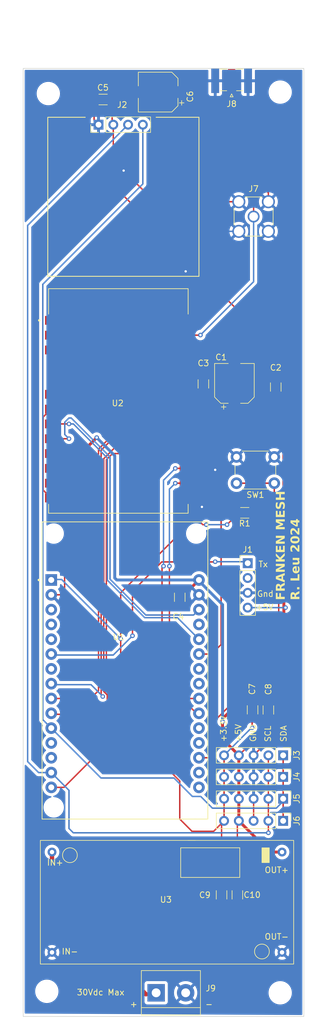
<source format=kicad_pcb>
(kicad_pcb (version 20221018) (generator pcbnew)
  (title_block (title "Franken Mesh") (date "2024-09-20") (rev "1.0"))
  (layers (0 "F.Cu" signal) (31 "B.Cu" signal) (34 "B.Paste" user) (35 "F.Paste" user) (36 "B.SilkS" user "B.Silkscreen") (37 "F.SilkS" user "F.Silkscreen") (38 "B.Mask" user) (39 "F.Mask" user) (44 "Edge.Cuts" user))
  (net 0 "")
  (net 1 "VCC3")
  (net 2 "GND")
  (net 3 "GPS TX")
  (net 8 "SCK")
  (net 9 "NSS")
  (net 10 "MISO")
  (net 14 "SDA")
  (net 15 "RST")
  (net 16 "+5V")
  (net 17 "TXEN")
  (net 19 "RXEN")
  (net 20 "MOSI")
  (net 21 "DIO0")
  (net 23 "IRQ")
  (net 24 "BUSY")
  (net 30 "Net-(J7-In)")
  (net 31 "BTN")
  (net 32 "SCL")
  (net 33 "Vin")
  (footprint "E22-900M30S:XCVR_E22-900M30S" (layer "F.Cu") (at 115.425 87.5 180)
    (fp_text reference "U2" (at 0.109 -0.384) (layer "F.SilkS"))
    (fp_text value "E22-900M30S")
    (pad "1" smd rect (at 11.575 13.82 180) (size 2.08 1.51) (layers "F.Cu" "F.Paste" "F.Mask") (net 2 "GND"))
    (pad "2" smd rect (at 11.575 11.28 180) (size 2.08 1.51) (layers "F.Cu" "F.Paste" "F.Mask") (net 2 "GND"))
    (pad "3" smd rect (at 11.575 8.74 180) (size 2.08 1.51) (layers "F.Cu" "F.Paste" "F.Mask") (net 2 "GND"))
    (pad "4" smd rect (at 11.575 1.14 180) (size 2.08 1.51) (layers "F.Cu" "F.Paste" "F.Mask") (net 2 "GND"))
    (pad "5" smd rect (at 11.575 -1.4 180) (size 2.08 1.51) (layers "F.Cu" "F.Paste" "F.Mask") (net 2 "GND"))
    (pad "6" smd rect (at 11.575 -3.94 180) (size 2.08 1.51) (layers "F.Cu" "F.Paste" "F.Mask") (net 19 "RXEN"))
    (pad "7" smd rect (at 11.575 -6.48 180) (size 2.08 1.51) (layers "F.Cu" "F.Paste" "F.Mask") (net 17 "TXEN"))
    (pad "8" smd rect (at 11.575 -9.02 180) (size 2.08 1.51) (layers "F.Cu" "F.Paste" "F.Mask"))
    (pad "9" smd rect (at 11.575 -11.56 180) (size 2.08 1.51) (layers "F.Cu" "F.Paste" "F.Mask") (net 16 "+5V"))
    (pad "10" smd rect (at 11.575 -14.1 180) (size 2.08 1.51) (layers "F.Cu" "F.Paste" "F.Mask") (net 16 "+5V"))
    (pad "11" smd rect (at 11.575 -16.64 180) (size 2.08 1.51) (layers "F.Cu" "F.Paste" "F.Mask") (net 2 "GND"))
    (pad "12" smd rect (at -11.575 -16.64 180) (size 2.08 1.51) (layers "F.Cu" "F.Paste" "F.Mask") (net 2 "GND"))
    (pad "13" smd rect (at -11.575 -14.1 180) (size 2.08 1.51) (layers "F.Cu" "F.Paste" "F.Mask") (net 23 "IRQ"))
    (pad "14" smd rect (at -11.575 -11.56 180) (size 2.08 1.51) (layers "F.Cu" "F.Paste" "F.Mask") (net 24 "BUSY"))
    (pad "15" smd rect (at -11.575 -9.02 180) (size 2.08 1.51) (layers "F.Cu" "F.Paste" "F.Mask") (net 15 "RST"))
    (pad "16" smd rect (at -11.575 -6.48 180) (size 2.08 1.51) (layers "F.Cu" "F.Paste" "F.Mask") (net 10 "MISO"))
    (pad "17" smd rect (at -11.575 -3.94 180) (size 2.08 1.51) (layers "F.Cu" "F.Paste" "F.Mask") (net 20 "MOSI"))
    (pad "18" smd rect (at -11.575 -1.4 180) (size 2.08 1.51) (layers "F.Cu" "F.Paste" "F.Mask") (net 8 "SCK"))
    (pad "19" smd rect (at -11.575 1.14 180) (size 2.08 1.51) (layers "F.Cu" "F.Paste" "F.Mask") (net 9 "NSS"))
    (pad "20" smd rect (at -11.575 8.74 180) (size 2.08 1.51) (layers "F.Cu" "F.Paste" "F.Mask") (net 2 "GND"))
    (pad "21" smd rect (at -11.575 11.28 180) (size 2.08 1.51) (layers "F.Cu" "F.Paste" "F.Mask") (net 30 "Net-(J7-In)"))
    (pad "22" smd rect (at -11.575 13.82 180) (size 2.08 1.51) (layers "F.Cu" "F.Paste" "F.Mask") (net 2 "GND"))
  )
  (footprint "Resistor_SMD:R_1206_3216Metric_Pad1.30x1.75mm_HandSolder" (layer "F.Cu") (at 141.224 140.488 90)
    (fp_text reference "C8" (at 3.556 0 90) (layer "F.SilkS"))
    (fp_text value "C_Small")
    (pad "1" smd roundrect (at -1.55 0 90) (size 1.3 1.75) (layers "F.Cu" "F.Paste" "F.Mask") (roundrect_rratio 0.1923076923) (net 16 "+5V"))
    (pad "2" smd roundrect (at 1.55 0 90) (size 1.3 1.75) (layers "F.Cu" "F.Paste" "F.Mask") (roundrect_rratio 0.1923076923) (net 2 "GND"))
  )
  (footprint "Resistor_SMD:R_1206_3216Metric_Pad1.30x1.75mm_HandSolder" (layer "F.Cu") (at 138.508 140.462 -90)
    (fp_text reference "C7" (at -3.556 0.078 90) (layer "F.SilkS"))
    (fp_text value "C_Small")
    (pad "1" smd roundrect (at -1.55 0 270) (size 1.3 1.75) (layers "F.Cu" "F.Paste" "F.Mask") (roundrect_rratio 0.1923076923) (net 2 "GND"))
    (pad "2" smd roundrect (at 1.55 0 270) (size 1.3 1.75) (layers "F.Cu" "F.Paste" "F.Mask") (roundrect_rratio 0.1923076923) (net 1 "VCC3"))
  )
  (footprint "Connector_Coaxial:SMA_Samtec_SMA-J-P-X-ST-EM1_EdgeMount" (layer "F.Cu") (at 134.905 32.6025 180)
    (fp_text reference "J8" (at 0 -3.9735) (layer "F.SilkS"))
    (fp_text value "Conn_Coaxial")
    (pad "1" smd rect (at 0 0.2 180) (size 1.27 3.6) (layers "F.Cu" "F.Paste" "F.Mask") (net 30 "Net-(J7-In)"))
    (pad "2" smd rect (at -2.825 0 180) (size 1.35 4.2) (layers "F.Cu" "F.Paste" "F.Mask") (net 2 "GND"))
    (pad "2" smd rect (at -2.825 0 180) (size 1.35 4.2) (layers "B.Cu" "B.Paste" "B.Mask") (net 2 "GND"))
    (pad "2" smd rect (at 2.825 0 180) (size 1.35 4.2) (layers "F.Cu" "F.Paste" "F.Mask") (net 2 "GND"))
    (pad "2" smd rect (at 2.825 0 180) (size 1.35 4.2) (layers "B.Cu" "B.Paste" "B.Mask") (net 2 "GND"))
  )
  (footprint "Capacitor_SMD:CP_Elec_6.3x7.7" (layer "F.Cu") (at 122.268 34.544 180)
    (fp_text reference "C6" (at -5.494 -0.762 90) (layer "F.SilkS"))
    (fp_text value "100uF")
    (pad "1" smd roundrect (at -2.7 0 180) (size 3.5 1.6) (layers "F.Cu" "F.Paste" "F.Mask") (roundrect_rratio 0.15625) (net 16 "+5V"))
    (pad "2" smd roundrect (at 2.7 0 180) (size 3.5 1.6) (layers "F.Cu" "F.Paste" "F.Mask") (roundrect_rratio 0.15625) (net 2 "GND"))
  )
  (footprint "Resistor_SMD:R_1206_3216Metric_Pad1.30x1.75mm_HandSolder" (layer "F.Cu") (at 142.494 85.116 -90)
    (fp_text reference "C2" (at -3.328 0) (layer "F.SilkS"))
    (fp_text value "100nF")
    (pad "1" smd roundrect (at -1.55 0 270) (size 1.3 1.75) (layers "F.Cu" "F.Paste" "F.Mask") (roundrect_rratio 0.1923076923) (net 2 "GND"))
    (pad "2" smd roundrect (at 1.55 0 270) (size 1.3 1.75) (layers "F.Cu" "F.Paste" "F.Mask") (roundrect_rratio 0.1923076923) (net 16 "+5V"))
  )
  (footprint "Connector_PinHeader_2.54mm:PinHeader_1x04_P2.54mm_Vertical" (layer "F.Cu") (at 137.668 115.316)
    (fp_text reference "J1" (at 0 -2.33) (layer "F.SilkS"))
    (fp_text value "GPS CONNECTOR")
    (pad "1" thru_hole rect (at 0 0) (size 1.7 1.7) (drill 1) (layers "*.Cu" "*.Mask") (net 3 "GPS TX"))
    (pad "2" thru_hole oval (at 0 2.54) (size 1.7 1.7) (drill 1) (layers "*.Cu" "*.Mask"))
    (pad "3" thru_hole oval (at 0 5.08) (size 1.7 1.7) (drill 1) (layers "*.Cu" "*.Mask") (net 2 "GND"))
    (pad "4" thru_hole oval (at 0 7.62) (size 1.7 1.7) (drill 1) (layers "*.Cu" "*.Mask") (net 16 "+5V"))
  )
  (footprint "Connector_PinHeader_2.54mm:PinHeader_1x05_P2.54mm_Vertical" (layer "F.Cu") (at 143.764 148.25992 -90)
    (fp_text reference "J3" (at 0 -2.33 -90) (layer "F.SilkS"))
    (fp_text value "I2C CONNECTOR 1")
    (pad "1" thru_hole rect (at 0 0 270) (size 1.7 1.7) (drill 1) (layers "*.Cu" "*.Mask") (net 14 "SDA"))
    (pad "2" thru_hole oval (at 0 2.54 270) (size 1.7 1.7) (drill 1) (layers "*.Cu" "*.Mask") (net 32 "SCL"))
    (pad "3" thru_hole oval (at 0 5.08 270) (size 1.7 1.7) (drill 1) (layers "*.Cu" "*.Mask") (net 2 "GND"))
    (pad "4" thru_hole oval (at 0 7.62 270) (size 1.7 1.7) (drill 1) (layers "*.Cu" "*.Mask") (net 16 "+5V"))
    (pad "5" thru_hole oval (at 0 10.16 270) (size 1.7 1.7) (drill 1) (layers "*.Cu" "*.Mask") (net 1 "VCC3"))
  )
  (footprint "ESP32-DEVKIT-V1:MODULE_ESP32_DEVKIT_V1" (layer "F.Cu") (at 116.586 133.711)
    (fp_text reference "U1" (at -1.104 -5.735) (layer "F.SilkS"))
    (fp_text value "ESP32-DEVKIT-V1")
    (pad "" np_thru_hole circle (at -12.28 -23.475) (size 3 3) (drill 3) (layers "*.Cu" "*.Mask"))
    (pad "" np_thru_hole circle (at -12.28 23.475) (size 3 3) (drill 3) (layers "*.Cu" "*.Mask"))
    (pad "" np_thru_hole circle (at 12.23 -23.475) (size 3 3) (drill 3) (layers "*.Cu" "*.Mask"))
    (pad "" np_thru_hole circle (at 12.23 23.475) (size 3 3) (drill 3) (layers "*.Cu" "*.Mask"))
    (pad "1" thru_hole rect (at -12.7 -15.515) (size 2 2) (drill 1.02) (layers "*.Cu" "*.Mask") (net 1 "VCC3"))
    (pad "2" thru_hole circle (at -12.7 -12.975) (size 2 2) (drill 1.02) (layers "*.Cu" "*.Mask") (net 2 "GND"))
    (pad "3" thru_hole circle (at -12.7 -10.435) (size 2 2) (drill 1.02) (layers "*.Cu" "*.Mask"))
    (pad "4" thru_hole circle (at -12.7 -7.895) (size 2 2) (drill 1.02) (layers "*.Cu" "*.Mask"))
    (pad "5" thru_hole circle (at -12.7 -5.355) (size 2 2) (drill 1.02) (layers "*.Cu" "*.Mask"))
    (pad "6" thru_hole circle (at -12.7 -2.815) (size 2 2) (drill 1.02) (layers "*.Cu" "*.Mask") (net 3 "GPS TX"))
    (pad "7" thru_hole circle (at -12.7 -0.275) (size 2 2) (drill 1.02) (layers "*.Cu" "*.Mask"))
    (pad "8" thru_hole circle (at -12.7 2.265) (size 2 2) (drill 1.02) (layers "*.Cu" "*.Mask") (net 8 "SCK"))
    (pad "9" thru_hole circle (at -12.7 4.805) (size 2 2) (drill 1.02) (layers "*.Cu" "*.Mask") (net 9 "NSS"))
    (pad "10" thru_hole circle (at -12.7 7.345) (size 2 2) (drill 1.02) (layers "*.Cu" "*.Mask") (net 10 "MISO"))
    (pad "11" thru_hole circle (at -12.7 9.885) (size 2 2) (drill 1.02) (layers "*.Cu" "*.Mask") (net 14 "SDA"))
    (pad "12" thru_hole circle (at -12.7 12.425) (size 2 2) (drill 1.02) (layers "*.Cu" "*.Mask"))
    (pad "13" thru_hole circle (at -12.7 14.965) (size 2 2) (drill 1.02) (layers "*.Cu" "*.Mask"))
    (pad "14" thru_hole circle (at -12.7 17.505) (size 2 2) (drill 1.02) (layers "*.Cu" "*.Mask") (net 32 "SCL"))
    (pad "15" thru_hole circle (at -12.7 20.045) (size 2 2) (drill 1.02) (layers "*.Cu" "*.Mask") (net 15 "RST"))
    (pad "16" thru_hole circle (at 12.7 20.045) (size 2 2) (drill 1.02) (layers "*.Cu" "*.Mask"))
    (pad "17" thru_hole circle (at 12.7 17.505) (size 2 2) (drill 1.02) (layers "*.Cu" "*.Mask"))
    (pad "18" thru_hole circle (at 12.7 14.965) (size 2 2) (drill 1.02) (layers "*.Cu" "*.Mask") (net 31 "BTN"))
    (pad "19" thru_hole circle (at 12.7 12.425) (size 2 2) (drill 1.02) (layers "*.Cu" "*.Mask"))
    (pad "20" thru_hole circle (at 12.7 9.885) (size 2 2) (drill 1.02) (layers "*.Cu" "*.Mask"))
    (pad "21" thru_hole circle (at 12.7 7.345) (size 2 2) (drill 1.02) (layers "*.Cu" "*.Mask") (net 24 "BUSY"))
    (pad "22" thru_hole circle (at 12.7 4.805) (size 2 2) (drill 1.02) (layers "*.Cu" "*.Mask") (net 23 "IRQ"))
    (pad "23" thru_hole circle (at 12.7 2.265) (size 2 2) (drill 1.02) (layers "*.Cu" "*.Mask"))
    (pad "24" thru_hole circle (at 12.7 -0.275) (size 2 2) (drill 1.02) (layers "*.Cu" "*.Mask") (net 21 "DIO0"))
    (pad "25" thru_hole circle (at 12.7 -2.815) (size 2 2) (drill 1.02) (layers "*.Cu" "*.Mask") (net 20 "MOSI"))
    (pad "26" thru_hole circle (at 12.7 -5.355) (size 2 2) (drill 1.02) (layers "*.Cu" "*.Mask") (net 19 "RXEN"))
    (pad "27" thru_hole circle (at 12.7 -7.895) (size 2 2) (drill 1.02) (layers "*.Cu" "*.Mask"))
    (pad "28" thru_hole circle (at 12.7 -10.435) (size 2 2) (drill 1.02) (layers "*.Cu" "*.Mask") (net 17 "TXEN"))
    (pad "29" thru_hole circle (at 12.7 -12.975) (size 2 2) (drill 1.02) (layers "*.Cu" "*.Mask") (net 2 "GND"))
    (pad "30" thru_hole circle (at 12.7 -15.515) (size 2 2) (drill 1.02) (layers "*.Cu" "*.Mask") (net 16 "+5V"))
    (zone (net 0) (net_name "") (layer "B.Cu") (connect_pads (clearance 0)) (min_thickness 0.01)
      (keepout (tracks not_allowed) (vias not_allowed) (pads not_allowed) (copperpour not_allowed) (footprints allowed))
      (fill (thermal_gap 0.508) (thermal_bridge_width 0.508))
      (polygon (pts (xy 107.676 152.696) (xy 125.366 152.696) (xy 125.366 159.186) (xy 107.676 159.186)))
    )
  )
  (footprint "Connector_PinHeader_2.54mm:PinHeader_1x04_P2.54mm_Vertical" (layer "F.Cu") (at 112.014 40.132 90)
    (fp_text reference "J2" (at 3.408 4.064) (layer "F.SilkS"))
    (fp_text value "SSD1306 CONNECTOR")
    (pad "1" thru_hole rect (at 0 0 90) (size 1.7 1.7) (drill 1) (layers "*.Cu" "*.Mask") (net 2 "GND"))
    (pad "2" thru_hole oval (at 0 2.54 90) (size 1.7 1.7) (drill 1) (layers "*.Cu" "*.Mask") (net 16 "+5V"))
    (pad "3" thru_hole oval (at 0 5.08 90) (size 1.7 1.7) (drill 1) (layers "*.Cu" "*.Mask") (net 32 "SCL"))
    (pad "4" thru_hole oval (at 0 7.62 90) (size 1.7 1.7) (drill 1) (layers "*.Cu" "*.Mask") (net 14 "SDA"))
  )
  (footprint "TerminalBlock:TerminalBlock_bornier-2_P5.08mm" (layer "F.Cu") (at 121.92 188.976)
    (fp_text reference "J9" (at 9.398 -0.762) (layer "F.SilkS"))
    (fp_text value "Screw_Terminal_01x02" hide)
    (pad "1" thru_hole rect (at 0 0) (size 3 3) (drill 1.52) (layers "*.Cu" "*.Mask") (net 33 "Vin"))
    (pad "2" thru_hole circle (at 5.08 0) (size 3 3) (drill 1.52) (layers "*.Cu" "*.Mask") (net 2 "GND"))
  )
  (footprint "MountingHole:MountingHole_3.5mm" (layer "F.Cu") (at 103.378 34.798)
    (fp_text reference "REF**" hide)
    (fp_text value "MountingHole_3.5mm")
    (pad "" np_thru_hole circle (at 0 0) (size 3.5 3.5) (drill 3.5) (layers "*.Cu" "*.Mask"))
  )
  (footprint "Resistor_SMD:R_1206_3216Metric_Pad1.30x1.75mm_HandSolder" (layer "F.Cu") (at 130.048 84.582 -90)
    (fp_text reference "C3" (at -3.556 0) (layer "F.SilkS"))
    (fp_text value "100nF")
    (pad "1" smd roundrect (at -1.55 0 270) (size 1.3 1.75) (layers "F.Cu" "F.Paste" "F.Mask") (roundrect_rratio 0.1923076923) (net 2 "GND"))
    (pad "2" smd roundrect (at 1.55 0 270) (size 1.3 1.75) (layers "F.Cu" "F.Paste" "F.Mask") (roundrect_rratio 0.1923076923) (net 16 "+5V"))
  )
  (footprint "Resistor_SMD:R_1206_3216Metric_Pad1.30x1.75mm_HandSolder" (layer "F.Cu") (at 125.984 121.158 -90)
    (fp_text reference "C4" (at 3.302 0.254) (layer "F.SilkS"))
    (fp_text value "100nF")
    (pad "1" smd roundrect (at -1.55 0 270) (size 1.3 1.75) (layers "F.Cu" "F.Paste" "F.Mask") (roundrect_rratio 0.1923076923) (net 16 "+5V"))
    (pad "2" smd roundrect (at 1.55 0 270) (size 1.3 1.75) (layers "F.Cu" "F.Paste" "F.Mask") (roundrect_rratio 0.1923076923) (net 2 "GND"))
  )
  (footprint "kokatrollwifi-backups:LM2596_HW_411" (layer "F.Cu") (at 102.013 162.846)
    (fp_text reference "U3" (at 21.59 10.16 -180) (layer "F.SilkS"))
    (fp_text value "LM2596-Buck Converter")
    (fp_text user "OUT-" (at 40.64 16.51 -180) (layer "F.SilkS"))
    (fp_text user "IN-" (at 5.08 19.05 -180) (layer "F.SilkS"))
    (fp_text user "OUT+" (at 40.64 5.08 -180) (layer "F.SilkS"))
    (fp_text user "IN+" (at 2.54 3.81 -180) (layer "F.SilkS"))
    (pad "1" thru_hole circle (at 2 19.2) (size 1.524 1.524) (drill 0.762) (layers "*.Cu" "*.Mask") (net 2 "GND"))
    (pad "2" thru_hole circle (at 2 2) (size 1.524 1.524) (drill 0.762) (layers "*.Cu" "*.Mask") (net 33 "Vin"))
    (pad "3" thru_hole circle (at 41.56 19.2) (size 1.524 1.524) (drill 0.762) (layers "*.Cu" "*.Mask") (net 2 "GND"))
    (pad "4" thru_hole circle (at 41.56 2) (size 1.524 1.524) (drill 0.762) (layers "*.Cu" "*.Mask") (net 16 "+5V"))
  )
  (footprint "Capacitor_SMD:CP_Elec_6.3x7.7" (layer "F.Cu") (at 135.382 84.488 90)
    (fp_text reference "C1" (at 4.478 -2.286) (layer "F.SilkS"))
    (fp_text value "100uF")
    (pad "1" smd roundrect (at -2.7 0 90) (size 3.5 1.6) (layers "F.Cu" "F.Paste" "F.Mask") (roundrect_rratio 0.15625) (net 16 "+5V"))
    (pad "2" smd roundrect (at 2.7 0 90) (size 3.5 1.6) (layers "F.Cu" "F.Paste" "F.Mask") (roundrect_rratio 0.15625) (net 2 "GND"))
  )
  (footprint "MountingHole:MountingHole_3.5mm" (layer "F.Cu") (at 143.256 188.976)
    (fp_text reference "REF**" hide)
    (fp_text value "MountingHole_3.5mm")
    (pad "" np_thru_hole circle (at 0 0) (size 3.5 3.5) (drill 3.5) (layers "*.Cu" "*.Mask"))
  )
  (footprint "Button_Switch_THT:SW_PUSH_6mm" (layer "F.Cu") (at 142.24 101.6 180)
    (fp_text reference "SW1" (at 3.25 -2) (layer "F.SilkS"))
    (fp_text value "SW_Push")
    (pad "1" thru_hole circle (at 0 0 270) (size 2 2) (drill 1.1) (layers "*.Cu" "*.Mask") (net 31 "BTN"))
    (pad "1" thru_hole circle (at 6.5 0 270) (size 2 2) (drill 1.1) (layers "*.Cu" "*.Mask") (net 31 "BTN"))
    (pad "2" thru_hole circle (at 0 4.5 270) (size 2 2) (drill 1.1) (layers "*.Cu" "*.Mask") (net 2 "GND"))
    (pad "2" thru_hole circle (at 6.5 4.5 270) (size 2 2) (drill 1.1) (layers "*.Cu" "*.Mask") (net 2 "GND"))
  )
  (footprint "Connector_PinHeader_2.54mm:PinHeader_1x05_P2.54mm_Vertical" (layer "F.Cu") (at 143.764 151.95696 -90)
    (fp_text reference "J4" (at 0 -2.33 -90) (layer "F.SilkS"))
    (fp_text value "I2C CONNECTOR 2" hide)
    (pad "1" thru_hole rect (at 0 0 270) (size 1.7 1.7) (drill 1) (layers "*.Cu" "*.Mask") (net 14 "SDA"))
    (pad "2" thru_hole oval (at 0 2.54 270) (size 1.7 1.7) (drill 1) (layers "*.Cu" "*.Mask") (net 32 "SCL"))
    (pad "3" thru_hole oval (at 0 5.08 270) (size 1.7 1.7) (drill 1) (layers "*.Cu" "*.Mask") (net 2 "GND"))
    (pad "4" thru_hole oval (at 0 7.62 270) (size 1.7 1.7) (drill 1) (layers "*.Cu" "*.Mask") (net 16 "+5V"))
    (pad "5" thru_hole oval (at 0 10.16 270) (size 1.7 1.7) (drill 1) (layers "*.Cu" "*.Mask") (net 1 "VCC3"))
  )
  (footprint "Connector_Coaxial:SMA_Amphenol_901-144_Vertical" (layer "F.Cu") (at 138.684 55.88)
    (fp_text reference "J7" (at 0 -4.75) (layer "F.SilkS"))
    (fp_text value "Conn_Coaxial")
    (pad "1" thru_hole circle (at 0 0) (size 2.05 2.05) (drill 1.5) (layers "*.Cu" "*.Mask") (net 30 "Net-(J7-In)"))
    (pad "2" thru_hole circle (at -2.54 -2.54) (size 2.25 2.25) (drill 1.7) (layers "*.Cu" "*.Mask") (net 2 "GND"))
    (pad "2" thru_hole circle (at -2.54 2.54) (size 2.25 2.25) (drill 1.7) (layers "*.Cu" "*.Mask") (net 2 "GND"))
    (pad "2" thru_hole circle (at 2.54 -2.54) (size 2.25 2.25) (drill 1.7) (layers "*.Cu" "*.Mask") (net 2 "GND"))
    (pad "2" thru_hole circle (at 2.54 2.54) (size 2.25 2.25) (drill 1.7) (layers "*.Cu" "*.Mask") (net 2 "GND"))
  )
  (footprint "Resistor_SMD:R_1206_3216Metric_Pad1.30x1.75mm_HandSolder" (layer "F.Cu") (at 112.802 35.814 180)
    (fp_text reference "C5" (at 0.026 2.032) (layer "F.SilkS"))
    (fp_text value "100nF")
    (pad "1" smd roundrect (at -1.55 0 180) (size 1.3 1.75) (layers "F.Cu" "F.Paste" "F.Mask") (roundrect_rratio 0.1923076923) (net 16 "+5V"))
    (pad "2" smd roundrect (at 1.55 0 180) (size 1.3 1.75) (layers "F.Cu" "F.Paste" "F.Mask") (roundrect_rratio 0.1923076923) (net 2 "GND"))
  )
  (footprint "Resistor_SMD:R_1206_3216Metric_Pad1.30x1.75mm_HandSolder" (layer "F.Cu") (at 135.89 172.186 -90)
    (fp_text reference "C10" (at 0 -2.54) (layer "F.SilkS"))
    (fp_text value "C_Small")
    (pad "1" smd roundrect (at -1.55 0 270) (size 1.3 1.75) (layers "F.Cu" "F.Paste" "F.Mask") (roundrect_rratio 0.1923076923) (net 16 "+5V"))
    (pad "2" smd roundrect (at 1.55 0 270) (size 1.3 1.75) (layers "F.Cu" "F.Paste" "F.Mask") (roundrect_rratio 0.1923076923) (net 2 "GND"))
  )
  (footprint "Resistor_SMD:R_1206_3216Metric_Pad1.30x1.75mm_HandSolder" (layer "F.Cu") (at 137.16 106.68 180)
    (fp_text reference "R1" (at 0 -1.82) (layer "F.SilkS"))
    (fp_text value "10k")
    (pad "1" smd roundrect (at -1.55 0 180) (size 1.3 1.75) (layers "F.Cu" "F.Paste" "F.Mask") (roundrect_rratio 0.1923076923) (net 31 "BTN"))
    (pad "2" smd roundrect (at 1.55 0 180) (size 1.3 1.75) (layers "F.Cu" "F.Paste" "F.Mask") (roundrect_rratio 0.1923076923) (net 1 "VCC3"))
  )
  (footprint "Connector_PinHeader_2.54mm:PinHeader_1x05_P2.54mm_Vertical" (layer "F.Cu") (at 143.764 159.49504 -90)
    (fp_text reference "J6" (at 0 -2.33 -90) (layer "F.SilkS"))
    (fp_text value "I2C CONNECTOR 4" hide)
    (pad "1" thru_hole rect (at 0 0 270) (size 1.7 1.7) (drill 1) (layers "*.Cu" "*.Mask") (net 14 "SDA"))
    (pad "2" thru_hole oval (at 0 2.54 270) (size 1.7 1.7) (drill 1) (layers "*.Cu" "*.Mask") (net 32 "SCL"))
    (pad "3" thru_hole oval (at 0 5.08 270) (size 1.7 1.7) (drill 1) (layers "*.Cu" "*.Mask") (net 2 "GND"))
    (pad "4" thru_hole oval (at 0 7.62 270) (size 1.7 1.7) (drill 1) (layers "*.Cu" "*.Mask") (net 16 "+5V"))
    (pad "5" thru_hole oval (at 0 10.16 270) (size 1.7 1.7) (drill 1) (layers "*.Cu" "*.Mask") (net 1 "VCC3"))
  )
  (footprint "Resistor_SMD:R_1206_3216Metric_Pad1.30x1.75mm_HandSolder" (layer "F.Cu") (at 133.174 172.186 -90)
    (fp_text reference "C9" (at 0.026 2.872) (layer "F.SilkS"))
    (fp_text value "C_Small")
    (pad "1" smd roundrect (at -1.55 0 270) (size 1.3 1.75) (layers "F.Cu" "F.Paste" "F.Mask") (roundrect_rratio 0.1923076923) (net 1 "VCC3"))
    (pad "2" smd roundrect (at 1.55 0 270) (size 1.3 1.75) (layers "F.Cu" "F.Paste" "F.Mask") (roundrect_rratio 0.1923076923) (net 2 "GND"))
  )
  (footprint "Connector_PinHeader_2.54mm:PinHeader_1x05_P2.54mm_Vertical" (layer "F.Cu") (at 143.764 155.702 -90)
    (fp_text reference "J5" (at 0 -2.33 -90) (layer "F.SilkS"))
    (fp_text value "I2C CONNECTOR 3" hide)
    (pad "1" thru_hole rect (at 0 0 270) (size 1.7 1.7) (drill 1) (layers "*.Cu" "*.Mask") (net 14 "SDA"))
    (pad "2" thru_hole oval (at 0 2.54 270) (size 1.7 1.7) (drill 1) (layers "*.Cu" "*.Mask") (net 32 "SCL"))
    (pad "3" thru_hole oval (at 0 5.08 270) (size 1.7 1.7) (drill 1) (layers "*.Cu" "*.Mask") (net 2 "GND"))
    (pad "4" thru_hole oval (at 0 7.62 270) (size 1.7 1.7) (drill 1) (layers "*.Cu" "*.Mask") (net 16 "+5V"))
    (pad "5" thru_hole oval (at 0 10.16 270) (size 1.7 1.7) (drill 1) (layers "*.Cu" "*.Mask") (net 1 "VCC3"))
  )
  (footprint "MountingHole:MountingHole_3.5mm" (layer "F.Cu") (at 103.124 188.722)
    (fp_text reference "REF**" hide)
    (fp_text value "MountingHole_3.5mm")
    (pad "" np_thru_hole circle (at 0 0) (size 3.5 3.5) (drill 3.5) (layers "*.Cu" "*.Mask"))
  )
  (footprint "MountingHole:MountingHole_3.5mm" (layer "F.Cu") (at 143.256 34.544)
    (fp_text reference "REF**" hide)
    (fp_text value "MountingHole_3.5mm")
    (pad "" np_thru_hole circle (at 0 0) (size 3.5 3.5) (drill 3.5) (layers "*.Cu" "*.Mask"))
  )
  (gr_line (start 121.92 38.862) (end 129.286 38.862) (stroke (width 0.15)) (layer "F.SilkS"))
  (gr_line (start 103.286 66.132) (end 129.286 66.132) (stroke (width 0.15)) (layer "F.SilkS"))
  (gr_line (start 109.728 38.862) (end 103.378 38.862) (stroke (width 0.15)) (layer "F.SilkS"))
  (gr_line (start 129.286 66.132) (end 129.286 40.132) (stroke (width 0.15)) (layer "F.SilkS"))
  (gr_line (start 129.286 38.862) (end 129.286 40.132) (stroke (width 0.15)) (layer "F.SilkS"))
  (gr_line (start 103.286 38.862) (end 103.286 66.132) (stroke (width 0.15)) (layer "F.SilkS"))
  (gr_rect (start 99.06 30.48) (end 147.32 193.04) (stroke (width 0.1)) (fill none) (layer "Edge.Cuts"))
  (gr_text "SCL" (at 141.732 146.05 90) (layer "F.SilkS") (effects (font (size 1 1)) (justify left bottom)))
  (gr_text "+3.3V" (at 134.112 146.05 90) (layer "F.SilkS") (effects (font (size 1 1)) (justify left bottom)))
  (gr_text "Gnd" (at 139.192 121.158) (layer "F.SilkS") (effects (font (size 1 1)) (justify left bottom)))
  (gr_text "+5V" (at 138.938 123.444) (layer "F.SilkS") (effects (font (size 1 1)) (justify left bottom)))
  (gr_text "SDA" (at 144.429 146.05 90) (layer "F.SilkS") (effects (font (size 1 1)) (justify left bottom)))
  (gr_text "Tx" (at 139.446 116.078) (layer "F.SilkS") (effects (font (size 1 1)) (justify left bottom)))
  (gr_text "FRANKEN MESH\nR. Leu 2024" (at 146.812 121.666 90) (layer "F.SilkS") (effects (font (size 1.5 1.5) (thickness 0.3) bold) (justify left bottom)))
  (gr_text "30Vdc Max" (at 108.204 189.484) (layer "F.SilkS") (effects (font (size 1 1)) (justify left bottom)))
  (gr_text "GND" (at 139.192 146.05 90) (layer "F.SilkS") (effects (font (size 1 1)) (justify left bottom)))
  (gr_text "-" (at 130.302 191.516) (layer "F.SilkS") (effects (font (size 1 1)) (justify left bottom)))
  (gr_text "+5V" (at 136.652 146.05 90) (layer "F.SilkS") (effects (font (size 1 1)) (justify left bottom)))
  (gr_text "+" (at 117.348 191.516) (layer "F.SilkS") (effects (font (size 1 1)) (justify left bottom)))
  (segment (start 115.824 128.27) (end 115.824 142.494) (width 0.25) (layer "F.Cu") (net 1))
  (segment (start 129.59265 108.361) (end 127.859 108.361) (width 0.25) (layer "F.Cu") (net 1))
  (segment (start 115.824 120.396) (end 115.824 128.27) (width 0.25) (layer "F.Cu") (net 1))
  (segment (start 125.984 159.18465) (end 128.08935 161.29) (width 0.25) (layer "F.Cu") (net 1))
  (segment (start 128.08935 161.29) (end 131.80904 161.29) (width 0.25) (layer "F.Cu") (net 1))
  (segment (start 130.556 108.712) (end 129.94365 108.712) (width 0.25) (layer "F.Cu") (net 1))
  (segment (start 135.61 106.68) (end 135.61 107.214) (width 0.25) (layer "F.Cu") (net 1))
  (segment (start 133.604 159.49504) (end 133.604 155.702) (width 0.25) (layer "F.Cu") (net 1))
  (segment (start 133.604 155.702) (end 133.604 151.95696) (width 0.25) (layer "F.Cu") (net 1))
  (segment (start 133.174 159.92504) (end 133.604 159.49504) (width 0.25) (layer "F.Cu") (net 1))
  (segment (start 135.61 107.214) (end 134.112 108.712) (width 0.25) (layer "F.Cu") (net 1))
  (segment (start 125.984 152.654) (end 125.984 159.18465) (width 0.25) (layer "F.Cu") (net 1))
  (segment (start 138.43 142.09) (end 138.508 142.012) (width 0.25) (layer "F.Cu") (net 1))
  (segment (start 127.859 108.361) (end 115.824 120.396) (width 0.25) (layer "F.Cu") (net 1))
  (segment (start 138.43 143.51) (end 138.43 142.09) (width 0.25) (layer "F.Cu") (net 1))
  (segment (start 131.80904 161.29) (end 133.604 159.49504) (width 0.25) (layer "F.Cu") (net 1))
  (segment (start 115.824 142.494) (end 125.984 152.654) (width 0.25) (layer "F.Cu") (net 1))
  (segment (start 133.604 151.95696) (end 133.604 148.25992) (width 0.25) (layer "F.Cu") (net 1))
  (segment (start 133.174 170.636) (end 133.174 159.92504) (width 0.25) (layer "F.Cu") (net 1))
  (segment (start 129.94365 108.712) (end 129.59265 108.361) (width 0.25) (layer "F.Cu") (net 1))
  (via (at 115.824 128.27) (size 0.8) (drill 0.4) (layers "F.Cu" "B.Cu") (net 1))
  (via (at 130.556 108.712) (size 0.8) (drill 0.4) (layers "F.Cu" "B.Cu") (net 1))
  (via (at 138.43 143.51) (size 0.8) (drill 0.4) (layers "F.Cu" "B.Cu") (net 1))
  (via (at 134.112 108.712) (size 0.8) (drill 0.4) (layers "F.Cu" "B.Cu") (net 1))
  (segment (start 134.112 108.712) (end 130.556 108.712) (width 0.25) (layer "B.Cu") (net 1))
  (segment (start 138.176 143.764) (end 138.43 143.51) (width 0.25) (layer "B.Cu") (net 1))
  (segment (start 138.09992 143.764) (end 138.176 143.764) (width 0.25) (layer "B.Cu") (net 1))
  (segment (start 133.604 148.25992) (end 138.09992 143.764) (width 0.25) (layer "B.Cu") (net 1))
  (segment (start 103.886 118.196) (end 103.972 118.11) (width 0.25) (layer "B.Cu") (net 1))
  (segment (start 103.972 118.11) (end 105.664 118.11) (width 0.25) (layer "B.Cu") (net 1))
  (segment (start 105.664 118.11) (end 115.824 128.27) (width 0.25) (layer "B.Cu") (net 1))
  (segment (start 103.85 86.36) (end 103.85 88.9) (width 0.25) (layer "F.Cu") (net 2))
  (segment (start 142.494 83.566) (end 137.16 83.566) (width 0.25) (layer "F.Cu") (net 2))
  (segment (start 128.27 104.14) (end 127 104.14) (width 0.25) (layer "F.Cu") (net 2))
  (segment (start 106.181 106.471) (end 106.181 120.62) (width 0.25) (layer "F.Cu") (net 2))
  (segment (start 125.635 75.946) (end 125.635 75.045) (width 0.25) (layer "F.Cu") (net 2))
  (segment (start 138.684 155.702) (end 138.684 159.49504) (width 0.25) (layer "F.Cu") (net 2))
  (segment (start 127 79.984) (end 130.048 83.032) (width 0.25) (layer "F.Cu") (net 2))
  (segment (start 103.85 78.76) (end 103.85 86.36) (width 0.25) (layer "F.Cu") (net 2))
  (segment (start 102.485 90.265) (end 103.85 88.9) (width 0.25) (layer "F.Cu") (net 2))
  (segment (start 121.666 53.34) (end 116.332 48.006) (width 0.25) (layer "F.Cu") (net 2))
  (segment (start 132.08 49.276) (end 136.144 53.34) (width 0.25) (layer "F.Cu") (net 2))
  (segment (start 137.668 35.052) (end 139.446 36.83) (width 0.25) (layer "F.Cu") (net 2))
  (segment (start 125.635 77.395) (end 125.635 75.946) (width 0.25) (layer "F.Cu") (net 2))
  (segment (start 129.794 105.664) (end 128.27 104.14) (width 0.25) (layer "F.Cu") (net 2))
  (segment (start 131.826 99.314) (end 132.08 99.314) (width 0.25) (layer "F.Cu") (net 2))
  (segment (start 125.984 122.708) (end 127.314 122.708) (width 0.25) (layer "F.Cu") (net 2))
  (segment (start 139.446 36.83) (end 139.446 50.038) (width 0.25) (layer "F.Cu") (net 2))
  (segment (start 138.684 148.25992) (end 138.684 151.95696) (width 0.25) (layer "F.Cu") (net 2))
  (segment (start 138.684 148.25992) (end 142.424 144.51992) (width 0.25) (layer "F.Cu") (net 2))
  (segment (start 137.16 83.566) (end 135.382 81.788) (width 0.25) (layer "F.Cu") (net 2))
  (segment (start 130.048 83.032) (end 134.138 83.032) (width 0.25) (layer "F.Cu") (net 2))
  (segment (start 134.138 83.032) (end 135.382 81.788) (width 0.25) (layer "F.Cu") (net 2))
  (segment (start 127 73.68) (end 127 65.278) (width 0.25) (layer "F.Cu") (net 2))
  (segment (start 139.446 50.038) (end 141.224 51.816) (width 0.25) (layer "F.Cu") (net 2))
  (segment (start 137.668 32.6645) (end 137.668 35.052) (width 0.25) (layer "F.Cu") (net 2))
  (segment (start 106.065 120.736) (end 103.886 120.736) (width 0.25) (layer "F.Cu") (net 2))
  (segment (start 135.89 173.736) (end 135.89 174.363) (width 0.25) (layer "F.Cu") (net 2))
  (segment (start 138.684 151.95696) (end 138.684 155.702) (width 0.25) (layer "F.Cu") (net 2))
  (segment (start 127 78.76) (end 127 79.984) (width 0.25) (layer "F.Cu") (net 2))
  (segment (start 103.85 104.14) (end 106.181 106.471) (width 0.25) (layer "F.Cu") (net 2))
  (segment (start 102.485 102.775) (end 102.485 90.265) (width 0.25) (layer "F.Cu") (net 2))
  (segment (start 116.405 34.544) (end 114.4635 32.6025) (width 0.25) (layer "F.Cu") (net 2))
  (segment (start 125.361 76.22) (end 125.635 75.946) (width 0.25) (layer "F.Cu") (net 2))
  (segment (start 136.144 53.34) (end 121.666 53.34) (width 0.25) (layer "F.Cu") (net 2))
  (segment (start 133.174 173.736) (end 135.89 173.736) (width 0.25) (layer "F.Cu") (net 2))
  (segment (start 138.534 138.938) (end 138.508 138.912) (width 0.25) (layer "F.Cu") (net 2))
  (segment (start 141.224 138.938) (end 138.534 138.938) (width 0.25) (layer "F.Cu") (net 2))
  (segment (start 119.568 34.544) (end 116.405 34.544) (width 0.25) (layer "F.Cu") (net 2))
  (segment (start 142.424 144.51992) (end 142.424 140.138) (width 0.25) (layer "F.Cu") (net 2))
  (segment (start 142.424 140.138) (end 141.224 138.938) (width 0.25) (layer "F.Cu") (net 2))
  (segment (start 127 78.76) (end 125.635 77.395) (width 0.25) (layer "F.Cu") (net 2))
  (segment (start 141.224 51.816) (end 141.224 53.34) (width 0.25) (layer "F.Cu") (net 2))
  (segment (start 103.85 76.22) (end 103.85 78.76) (width 0.25) (layer "F.Cu") (net 2))
  (segment (start 103.85 73.68) (end 103.85 76.22) (width 0.25) (layer "F.Cu") (net 2))
  (segment (start 111.252 35.814) (end 111.252 39.37) (width 0.25) (layer "F.Cu") (net 2))
  (segment (start 114.4635 32.6025) (end 132.08 32.6025) (width 0.25) (layer "F.Cu") (net 2))
  (segment (start 103.85 76.22) (end 125.361 76.22) (width 0.25) (layer "F.Cu") (net 2))
  (segment (start 106.181 120.62) (end 106.065 120.736) (width 0.25) (layer "F.Cu") (net 2))
  (segment (start 125.635 75.045) (end 127 73.68) (width 0.25) (layer "F.Cu") (net 2))
  (segment (start 111.252 39.37) (end 112.014 40.132) (width 0.25) (layer "F.Cu") (net 2))
  (segment (start 111.252 35.814) (end 114.4635 32.6025) (width 0.25) (layer "F.Cu") (net 2))
  (segment (start 127.314 122.708) (end 129.286 120.736) (width 0.25) (layer "F.Cu") (net 2))
  (segment (start 127 104.14) (end 131.826 99.314) (width 0.25) (layer "F.Cu") (net 2))
  (segment (start 137.73 32.6025) (end 137.668 32.6645) (width 0.25) (layer "F.Cu") (net 2))
  (segment (start 135.89 174.363) (end 143.573 182.046) (width 0.25) (layer "F.Cu") (net 2))
  (segment (start 103.85 104.14) (end 102.485 102.775) (width 0.25) (layer "F.Cu") (net 2))
  (segment (start 132.08 32.6025) (end 132.08 49.276) (width 0.25) (layer "F.Cu") (net 2))
  (via (at 129.794 105.664) (size 0.8) (drill 0.4) (layers "F.Cu" "B.Cu") (net 2))
  (via (at 127 65.278) (size 0.8) (drill 0.4) (layers "F.Cu" "B.Cu") (net 2))
  (via (at 116.332 48.006) (size 0.8) (drill 0.4) (layers "F.Cu" "B.Cu") (net 2))
  (via (at 132.08 99.314) (size 0.8) (drill 0.4) (layers "F.Cu" "B.Cu") (net 2))
  (segment (start 126.746 111.506) (end 126.746 108.712) (width 0.25) (layer "B.Cu") (net 2))
  (segment (start 132.08 99.314) (end 133.526 99.314) (width 0.25) (layer "B.Cu") (net 2))
  (segment (start 135.636 120.396) (end 126.746 111.506) (width 0.25) (layer "B.Cu") (net 2))
  (segment (start 132.08 32.6025) (end 137.73 32.6025) (width 0.25) (layer "B.Cu") (net 2))
  (segment (start 127 65.278) (end 133.858 58.42) (width 0.25) (layer "B.Cu") (net 2))
  (segment (start 133.858 58.42) (end 136.144 58.42) (width 0.25) (layer "B.Cu") (net 2))
  (segment (start 126.746 108.712) (end 129.794 105.664) (width 0.25) (layer "B.Cu") (net 2))
  (segment (start 137.668 120.396) (end 135.636 120.396) (width 0.25) (layer "B.Cu") (net 2))
  (segment (start 133.526 99.314) (end 135.74 97.1) (width 0.25) (layer "B.Cu") (net 2))
  (segment (start 117.856 127.762) (end 117.856 120.132695) (width 0.25) (layer "F.Cu") (net 3))
  (segment (start 117.856 120.132695) (end 122.889695 115.099) (width 0.25) (layer "F.Cu") (net 3))
  (segment (start 122.889695 115.099) (end 132.043 115.099) (width 0.25) (layer "F.Cu") (net 3))
  (segment (start 132.043 115.099) (end 132.08 115.062) (width 0.25) (layer "F.Cu") (net 3))
  (via (at 132.08 115.062) (size 0.8) (drill 0.4) (layers "F.Cu" "B.Cu") (net 3))
  (via (at 117.856 127.762) (size 0.8) (drill 0.4) (layers "F.Cu" "B.Cu") (net 3))
  (segment (start 104.054 131.064) (end 114.554 131.064) (width 0.25) (layer "B.Cu") (net 3))
  (segment (start 114.554 131.064) (end 117.856 127.762) (width 0.25) (layer "B.Cu") (net 3))
  (segment (start 132.08 115.062) (end 137.414 115.062) (width 0.25) (layer "B.Cu") (net 3))
  (segment (start 103.886 130.896) (end 104.054 131.064) (width 0.25) (layer "B.Cu") (net 3))
  (segment (start 137.414 115.062) (end 137.668 115.316) (width 0.25) (layer "B.Cu") (net 3))
  (segment (start 112.464 137.879793) (end 112.464 95.944396) (width 0.25) (layer "F.Cu") (net 8))
  (segment (start 112.464 95.944396) (end 119.508396 88.9) (width 0.25) (layer "F.Cu") (net 8))
  (segment (start 119.508396 88.9) (end 127 88.9) (width 0.25) (layer "F.Cu") (net 8))
  (segment (start 112.73808 138.153873) (end 112.464 137.879793) (width 0.25) (layer "F.Cu") (net 8))
  (via (at 112.73808 138.176) (size 0.8) (drill 0.4) (layers "F.Cu" "B.Cu") (net 8))
  (segment (start 110.728207 136.144) (end 104.054 136.144) (width 0.25) (layer "B.Cu") (net 8))
  (segment (start 104.054 136.144) (end 103.886 135.976) (width 0.25) (layer "B.Cu") (net 8))
  (segment (start 112.73808 138.153873) (end 110.728207 136.144) (width 0.25) (layer "B.Cu") (net 8))
  (segment (start 112.014 137.16) (end 110.658 138.516) (width 0.25) (layer "F.Cu") (net 9))
  (segment (start 121.412 86.36) (end 112.014 95.758) (width 0.25) (layer "F.Cu") (net 9))
  (segment (start 110.658 138.516) (end 103.886 138.516) (width 0.25) (layer "F.Cu") (net 9))
  (segment (start 127 86.36) (end 121.412 86.36) (width 0.25) (layer "F.Cu") (net 9))
  (segment (start 112.014 95.758) (end 112.014 137.16) (width 0.25) (layer "F.Cu") (net 9))
  (segment (start 112.914 137.305195) (end 113.517 137.908195) (width 0.25) (layer "F.Cu") (net 10))
  (segment (start 112.914 97.398) (end 112.914 137.305195) (width 0.25) (layer "F.Cu") (net 10))
  (segment (start 127 93.98) (end 116.332 93.98) (width 0.25) (layer "F.Cu") (net 10))
  (segment (start 104.054 141.224) (end 103.886 141.056) (width 0.25) (layer "F.Cu") (net 10))
  (segment (start 113.517 141.224) (end 104.054 141.224) (width 0.25) (layer "F.Cu") (net 10))
  (segment (start 113.517 137.908195) (end 113.517 141.224) (width 0.25) (layer "F.Cu") (net 10))
  (segment (start 116.332 93.98) (end 112.914 97.398) (width 0.25) (layer "F.Cu") (net 10))
  (segment (start 143.764 155.702) (end 143.764 159.49504) (width 0.25) (layer "F.Cu") (net 14))
  (segment (start 143.764 151.95696) (end 143.764 155.702) (width 0.25) (layer "F.Cu") (net 14))
  (segment (start 143.764 148.25992) (end 143.764 151.95696) (width 0.25) (layer "F.Cu") (net 14))
  (segment (start 128.157778 155.311) (end 129.59265 155.311) (width 0.25) (layer "B.Cu") (net 14))
  (segment (start 129.59265 155.311) (end 131.60169 157.32004) (width 0.25) (layer "B.Cu") (net 14))
  (segment (start 124.992778 152.146) (end 128.157778 155.311) (width 0.25) (layer "B.Cu") (net 14))
  (segment (start 119.634 50.292) (end 102.431 67.495) (width 0.25) (layer "B.Cu") (net 14))
  (segment (start 119.634 40.132) (end 119.634 50.292) (width 0.25) (layer "B.Cu") (net 14))
  (segment (start 102.431 67.495) (end 102.431 142.141) (width 0.25) (layer "B.Cu") (net 14))
  (segment (start 131.60169 157.32004) (end 142.589 157.32004) (width 0.25) (layer "B.Cu") (net 14))
  (segment (start 102.431 142.141) (end 112.436 152.146) (width 0.25) (layer "B.Cu") (net 14))
  (segment (start 142.589 157.32004) (end 143.764 156.14504) (width 0.25) (layer "B.Cu") (net 14))
  (segment (start 112.436 152.146) (end 124.992778 152.146) (width 0.25) (layer "B.Cu") (net 14))
  (segment (start 113.967 145.854) (end 106.065 153.756) (width 0.25) (layer "F.Cu") (net 15))
  (segment (start 114.428396 96.52) (end 113.364 97.584396) (width 0.25) (layer "F.Cu") (net 15))
  (segment (start 127 96.52) (end 114.428396 96.52) (width 0.25) (layer "F.Cu") (net 15))
  (segment (start 113.967 137.721799) (end 113.967 145.854) (width 0.25) (layer "F.Cu") (net 15))
  (segment (start 113.364 97.584396) (end 113.364 137.118799) (width 0.25) (layer "F.Cu") (net 15))
  (segment (start 106.065 153.756) (end 103.886 153.756) (width 0.25) (layer "F.Cu") (net 15))
  (segment (start 113.364 137.118799) (end 113.967 137.721799) (width 0.25) (layer "F.Cu") (net 15))
  (segment (start 143.694 79.686) (end 135.382 71.374) (width 0.25) (layer "F.Cu") (net 16))
  (segment (start 136.144 151.95696) (end 136.144 155.702) (width 0.5) (layer "F.Cu") (net 16))
  (segment (start 123.698 35.814) (end 114.352 35.814) (width 0.25) (layer "F.Cu") (net 16))
  (segment (start 133.35 145.46592) (end 136.144 148.25992) (width 0.5) (layer "F.Cu") (net 16))
  (segment (start 141.224 143.17992) (end 136.144 148.25992) (width 0.25) (layer "F.Cu") (net 16))
  (segment (start 125.984 119.608) (end 127.874 119.608) (width 0.5) (layer "F.Cu") (net 16))
  (segment (start 141.972 87.188) (end 142.494 86.666) (width 0.25) (layer "F.Cu") (net 16))
  (segment (start 124.968 34.544) (end 123.698 35.814) (width 0.25) (layer "F.Cu") (net 16))
  (segment (start 141.49496 164.846) (end 136.144 159.49504) (width 0.5) (layer "F.Cu") (net 16))
  (segment (start 133.35 144.982) (end 133.35 145.46592) (width 0.5) (layer "F.Cu") (net 16))
  (segment (start 135.89 159.74904) (end 136.144 159.49504) (width 0.25) (layer "F.Cu") (net 16))
  (segment (start 135.382 87.188) (end 141.972 87.188) (width 0.25) (layer "F.Cu") (net 16))
  (segment (start 143.694 85.466) (end 143.694 79.686) (width 0.25) (layer "F.Cu") (net 16))
  (segment (start 135.382 71.374) (end 114.554 50.546) (width 0.25) (layer "F.Cu") (net 16))
  (segment (start 111.701497 93.784503) (end 106.426 99.06) (width 0.5) (layer "F.Cu") (net 16))
  (segment (start 135.89 170.636) (end 135.89 159.74904) (width 0.25) (layer "F.Cu") (net 16))
  (segment (start 133.35 142.494) (end 133.35 141.986) (width 0.5) (layer "F.Cu") (net 16))
  (segment (start 136.144 155.702) (end 136.144 159.49504) (width 0.5) (layer "F.Cu") (net 16))
  (segment (start 134.326 86.132) (end 135.382 87.188) (width 0.25) (layer "F.Cu") (net 16))
  (segment (start 130.048 86.132) (end 134.326 86.132) (width 0.25) (layer "F.Cu") (net 16))
  (segment (start 114.352 39.93) (end 114.554 40.132) (width 0.25) (layer "F.Cu") (net 16))
  (segment (start 114.352 35.814) (end 114.352 39.93) (width 0.25) (layer "F.Cu") (net 16))
  (segment (start 133.35 144.982) (end 133.35 142.494) (width 0.5) (layer "F.Cu") (net 16))
  (segment (start 141.224 142.038) (end 141.224 143.17992) (width 0.25) (layer "F.Cu") (net 16))
  (segment (start 103.85 99.06) (end 103.85 101.6) (width 0.5) (layer "F.Cu") (net 16))
  (segment (start 136.144 159.52704) (end 136.112 159.49504) (width 0.25) (layer "F.Cu") (net 16))
  (segment (start 114.554 50.546) (end 114.554 40.132) (width 0.25) (layer "F.Cu") (net 16))
  (segment (start 143.573 164.846) (end 141.49496 164.846) (width 0.5) (layer "F.Cu") (net 16))
  (segment (start 136.144 148.25992) (end 136.144 151.95696) (width 0.5) (layer "F.Cu") (net 16))
  (segment (start 133.35 141.986) (end 143.89 131.446) (width 0.5) (layer "F.Cu") (net 16))
  (segment (start 127.874 119.608) (end 129.286 118.196) (width 0.5) (layer "F.Cu") (net 16))
  (segment (start 143.89 131.446) (end 143.89 88.062) (width 0.5) (layer "F.Cu") (net 16))
  (segment (start 106.426 99.06) (end 103.85 99.06) (width 0.5) (layer "F.Cu") (net 16))
  (segment (start 142.494 86.666) (end 143.694 85.466) (width 0.25) (layer "F.Cu") (net 16))
  (segment (start 143.89 88.062) (end 142.494 86.666) (width 0.5) (layer "F.Cu") (net 16))
  (via (at 144.1645 122.936) (size 0.8) (drill 0.4) (layers "F.Cu" "B.Cu") (net 16))
  (via (at 111.701497 93.784503) (size 0.8) (drill 0.4) (layers "F.Cu" "B.Cu") (net 16))
  (via (at 133.35 142.494) (size 0.8) (drill 0.4) (layers "F.Cu" "B.Cu") (net 16))
  (segment (start 114.808 96.891006) (end 111.701497 93.784503) (width 0.5) (layer "B.Cu") (net 16))
  (segment (start 133.35 142.494) (end 133.35 122.428) (width 0.5) (layer "B.Cu") (net 16))
  (segment (start 137.668 122.936) (end 144.1645 122.936) (width 0.25) (layer "B.Cu") (net 16))
  (segment (start 129.286 118.196) (end 115.148 118.196) (width 0.5) (layer "B.Cu") (net 16))
  (segment (start 133.35 122.428) (end 128.757 117.835) (width 0.5) (layer "B.Cu") (net 16))
  (segment (start 114.808 117.856) (end 114.808 96.891006) (width 0.5) (layer "B.Cu") (net 16))
  (segment (start 115.148 118.196) (end 114.808 117.856) (width 0.5) (layer "B.Cu") (net 16))
  (segment (start 103.85 93.98) (end 106.934 93.98) (width 0.25) (layer "F.Cu") (net 17))
  (via (at 106.934 93.98) (size 0.8) (drill 0.4) (layers "F.Cu" "B.Cu") (net 17))
  (segment (start 106.924695 90.424) (end 107.316396 90.424) (width 0.25) (layer "B.Cu") (net 17))
  (segment (start 106.209 91.139695) (end 106.924695 90.424) (width 0.25) (layer "B.Cu") (net 17))
  (segment (start 113.988 97.095604) (end 113.988 118.052) (width 0.25) (layer "B.Cu") (net 17))
  (segment (start 107.316396 90.424) (end 113.988 97.095604) (width 0.25) (layer "B.Cu") (net 17))
  (segment (start 106.934 93.98) (end 106.209 93.255) (width 0.25) (layer "B.Cu") (net 17))
  (segment (start 128.356 124.206) (end 129.286 123.276) (width 0.25) (layer "B.Cu") (net 17))
  (segment (start 120.142 124.206) (end 128.356 124.206) (width 0.25) (layer "B.Cu") (net 17))
  (segment (start 106.209 93.255) (end 106.209 91.139695) (width 0.25) (layer "B.Cu") (net 17))
  (segment (start 113.988 118.052) (end 120.142 124.206) (width 0.25) (layer "B.Cu") (net 17))
  (segment (start 103.85 91.44) (end 106.934 91.44) (width 0.25) (layer "F.Cu") (net 19))
  (via (at 106.934 91.44) (size 0.8) (drill 0.4) (layers "F.Cu" "B.Cu") (net 19))
  (segment (start 113.538 118.238396) (end 119.955604 124.656) (width 0.25) (layer "B.Cu") (net 19))
  (segment (start 125.586 124.656) (end 129.286 128.356) (width 0.25) (layer "B.Cu") (net 19))
  (segment (start 113.538 97.282) (end 113.538 118.238396) (width 0.25) (layer "B.Cu") (net 19))
  (segment (start 107.696 91.44) (end 113.538 97.282) (width 0.25) (layer "B.Cu") (net 19))
  (segment (start 106.934 91.44) (end 107.696 91.44) (width 0.25) (layer "B.Cu") (net 19))
  (segment (start 119.955604 124.656) (end 125.586 124.656) (width 0.25) (layer "B.Cu") (net 19))
  (segment (start 131.465 130.896) (end 129.286 130.896) (width 0.25) (layer "F.Cu") (net 20))
  (segment (start 133.096 91.694) (end 133.096 129.265) (width 0.25) (layer "F.Cu") (net 20))
  (segment (start 132.842 91.44) (end 133.096 91.694) (width 0.25) (layer "F.Cu") (net 20))
  (segment (start 133.096 129.265) (end 131.465 130.896) (width 0.25) (layer "F.Cu") (net 20))
  (segment (start 127 91.44) (end 132.842 91.44) (width 0.25) (layer "F.Cu") (net 20))
  (segment (start 125.222 101.6) (end 127 101.6) (width 0.25) (layer "F.Cu") (net 23))
  (segment (start 124.206 115.824) (end 124.206 135.615) (width 0.25) (layer "F.Cu") (net 23))
  (segment (start 127.107 138.516) (end 129.286 138.516) (width 0.25) (layer "F.Cu") (net 23))
  (segment (start 124.206 135.615) (end 127.107 138.516) (width 0.25) (layer "F.Cu") (net 23))
  (via (at 124.206 115.824) (size 0.8) (drill 0.4) (layers "F.Cu" "B.Cu") (net 23))
  (via (at 125.222 101.6) (size 0.8) (drill 0.4) (layers "F.Cu" "B.Cu") (net 23))
  (segment (start 124.206 102.616) (end 125.222 101.6) (width 0.25) (layer "B.Cu") (net 23))
  (segment (start 124.206 115.824) (end 124.206 102.616) (width 0.25) (layer "B.Cu") (net 23))
  (segment (start 129.286 141.056) (end 128.864 141.056) (width 0.25) (layer "F.Cu") (net 24))
  (segment (start 122.936 116.078) (end 123.19 115.824) (width 0.25) (layer "F.Cu") (net 24))
  (segment (start 126.238 99.822) (end 127 99.06) (width 0.25) (layer "F.Cu") (net 24))
  (segment (start 128.864 141.056) (end 122.936 135.128) (width 0.25) (layer "F.Cu") (net 24))
  (segment (start 122.936 135.128) (end 122.936 116.078) (width 0.25) (layer "F.Cu") (net 24))
  (segment (start 125.222 99.06) (end 126.238 99.06) (width 0.25) (layer "F.Cu") (net 24))
  (via (at 125.222 99.06) (size 0.8) (drill 0.4) (layers "F.Cu" "B.Cu") (net 24))
  (via (at 123.19 115.824) (size 0.8) (drill 0.4) (layers "F.Cu" "B.Cu") (net 24))
  (segment (start 123.19 115.824) (end 123.19 101.092) (width 0.25) (layer "B.Cu") (net 24))
  (segment (start 123.19 101.092) (end 125.222 99.06) (width 0.25) (layer "B.Cu") (net 24))
  (segment (start 127 76.22) (end 129.52 76.22) (width 0.25) (layer "F.Cu") (net 30))
  (segment (start 138.684 50.292) (end 134.905 46.513) (width 0.25) (layer "F.Cu") (net 30))
  (segment (start 138.684 55.88) (end 138.684 50.292) (width 0.25) (layer "F.Cu") (net 30))
  (segment (start 129.52 76.22) (end 129.54 76.2) (width 0.25) (layer "F.Cu") (net 30))
  (segment (start 134.905 46.513) (end 134.905 32.4025) (width 0.25) (layer "F.Cu") (net 30))
  (via (at 129.54 76.2) (size 0.8) (drill 0.4) (layers "F.Cu" "B.Cu") (net 30))
  (segment (start 138.684 67.056) (end 138.684 55.88) (width 0.25) (layer "B.Cu") (net 30))
  (segment (start 129.54 76.2) (end 138.684 67.056) (width 0.25) (layer "B.Cu") (net 30))
  (segment (start 142.24 105.13) (end 142.24 101.6) (width 0.25) (layer "F.Cu") (net 31))
  (segment (start 140.716 106.68) (end 142.253 105.143) (width 0.25) (layer "F.Cu") (net 31))
  (segment (start 142.24 105.13) (end 142.253 105.143) (width 0.25) (layer "F.Cu") (net 31))
  (segment (start 143.002 105.892) (end 143.002 131.318) (width 0.25) (layer "F.Cu") (net 31))
  (segment (start 131.465 148.676) (end 129.286 148.676) (width 0.25) (layer "F.Cu") (net 31))
  (segment (start 142.24 101.6) (end 135.74 101.6) (width 0.25) (layer "F.Cu") (net 31))
  (segment (start 132.08 148.061) (end 131.465 148.676) (width 0.25) (layer "F.Cu") (net 31))
  (segment (start 132.08 142.24) (end 132.08 148.061) (width 0.25) (layer "F.Cu") (net 31))
  (segment (start 138.71 106.68) (end 140.716 106.68) (width 0.25) (layer "F.Cu") (net 31))
  (segment (start 143.002 131.318) (end 132.08 142.24) (width 0.25) (layer "F.Cu") (net 31))
  (segment (start 142.253 105.143) (end 143.002 105.892) (width 0.25) (layer "F.Cu") (net 31))
  (segment (start 141.224 155.702) (end 141.224 151.95696) (width 0.25) (layer "F.Cu") (net 32))
  (segment (start 141.224 161.53648) (end 141.224 159.51952) (width 0.25) (layer "F.Cu") (net 32))
  (segment (start 141.224 148.25992) (end 141.224 151.95696) (width 0.25) (layer "F.Cu") (net 32))
  (segment (start 141.224 159.49504) (end 141.224 155.702) (width 0.25) (layer "F.Cu") (net 32))
  (via (at 141.224 161.544) (size 0.8) (drill 0.4) (layers "F.Cu" "B.Cu") (net 32))
  (segment (start 107.678222 161.544) (end 141.224 161.544) (width 0.25) (layer "B.Cu") (net 32))
  (segment (start 117.094 40.132) (end 99.822 57.404) (width 0.25) (layer "B.Cu") (net 32))
  (segment (start 103.886 151.216) (end 106.934 154.264) (width 0.25) (layer "B.Cu") (net 32))
  (segment (start 106.934 154.264) (end 106.934 160.799778) (width 0.25) (layer "B.Cu") (net 32))
  (segment (start 106.934 160.799778) (end 107.678222 161.544) (width 0.25) (layer "B.Cu") (net 32))
  (segment (start 99.822 149.331) (end 101.707 151.216) (width 0.25) (layer "B.Cu") (net 32))
  (segment (start 99.822 57.404) (end 99.822 149.331) (width 0.25) (layer "B.Cu") (net 32))
  (segment (start 101.707 151.216) (end 103.886 151.216) (width 0.25) (layer "B.Cu") (net 32))
  (segment (start 104.013 173.073) (end 104.013 164.846) (width 0.75) (layer "F.Cu") (net 33))
  (segment (start 121.92 189.23) (end 120.17 189.23) (width 0.25) (layer "F.Cu") (net 33))
  (segment (start 120.17 189.23) (end 104.013 173.073) (width 0.75) (layer "F.Cu") (net 33))
  (zone (net 2) (net_name "GND") (layer "B.Cu") (connect_pads (clearance 0.5)) (min_thickness 0.25) (fill yes (thermal_gap 0.5) (thermal_bridge_width 0.5))
    (polygon (pts (xy 147.066 30.734) (xy 147.066 192.786) (xy 99.314 192.532) (xy 99.314 30.734)))
  )
)
</source>
